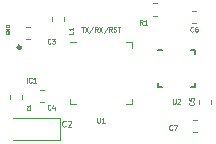
<source format=gbr>
G04 #@! TF.GenerationSoftware,KiCad,Pcbnew,(5.0.2)-1*
G04 #@! TF.CreationDate,2020-01-25T18:04:34+01:00*
G04 #@! TF.ProjectId,4.0,342e302e-6b69-4636-9164-5f7063625858,rev?*
G04 #@! TF.SameCoordinates,Original*
G04 #@! TF.FileFunction,Legend,Top*
G04 #@! TF.FilePolarity,Positive*
%FSLAX46Y46*%
G04 Gerber Fmt 4.6, Leading zero omitted, Abs format (unit mm)*
G04 Created by KiCad (PCBNEW (5.0.2)-1) date 01/25/20 18:04:34*
%MOMM*%
%LPD*%
G01*
G04 APERTURE LIST*
%ADD10C,0.150000*%
%ADD11C,0.120000*%
%ADD12C,0.300000*%
%ADD13C,0.100000*%
%ADD14C,0.075000*%
%ADD15C,0.125000*%
G04 APERTURE END LIST*
D10*
G04 #@! TO.C,U2*
X130400000Y-91200000D02*
X130800000Y-91200000D01*
X133600000Y-91200000D02*
X133200000Y-91200000D01*
X133600000Y-91200000D02*
X133600000Y-91600000D01*
X133600000Y-94400000D02*
X133200000Y-94400000D01*
X133600000Y-94400000D02*
X133600000Y-94000000D01*
X130400000Y-94400000D02*
X130800000Y-94400000D01*
X130400000Y-94400000D02*
X130400000Y-94000000D01*
D11*
G04 #@! TO.C,C1*
X117890000Y-95037221D02*
X117890000Y-95362779D01*
X118910000Y-95037221D02*
X118910000Y-95362779D01*
G04 #@! TO.C,C2*
X118200000Y-98835000D02*
X122110000Y-98835000D01*
X122110000Y-98835000D02*
X122110000Y-96965000D01*
X122110000Y-96965000D02*
X118200000Y-96965000D01*
G04 #@! TO.C,R1*
X130362779Y-88310000D02*
X130037221Y-88310000D01*
X130362779Y-87290000D02*
X130037221Y-87290000D01*
G04 #@! TO.C,C3*
X119562779Y-89290000D02*
X119237221Y-89290000D01*
X119562779Y-90310000D02*
X119237221Y-90310000D01*
G04 #@! TO.C,C4*
X120762779Y-95610000D02*
X120437221Y-95610000D01*
X120762779Y-94590000D02*
X120437221Y-94590000D01*
G04 #@! TO.C,C5*
X133890000Y-95437221D02*
X133890000Y-95762779D01*
X134910000Y-95437221D02*
X134910000Y-95762779D01*
G04 #@! TO.C,C6*
X133662779Y-88910000D02*
X133337221Y-88910000D01*
X133662779Y-87890000D02*
X133337221Y-87890000D01*
G04 #@! TO.C,C7*
X133437221Y-97190000D02*
X133762779Y-97190000D01*
X133437221Y-98210000D02*
X133762779Y-98210000D01*
D12*
G04 #@! TO.C,IC1*
X118800000Y-91000000D02*
G75*
G03X118800000Y-91000000I-100000J0D01*
G01*
D11*
G04 #@! TO.C,L1*
X122510000Y-88437221D02*
X122510000Y-88762779D01*
X121490000Y-88437221D02*
X121490000Y-88762779D01*
G04 #@! TO.C,U1*
X127735000Y-90590000D02*
X128210000Y-90590000D01*
X128210000Y-90590000D02*
X128210000Y-91065000D01*
X123465000Y-95810000D02*
X122990000Y-95810000D01*
X122990000Y-95810000D02*
X122990000Y-95335000D01*
X127735000Y-95810000D02*
X128210000Y-95810000D01*
X128210000Y-95810000D02*
X128210000Y-95335000D01*
X123465000Y-90590000D02*
X122990000Y-90590000D01*
G04 #@! TO.C,U2*
D13*
X131695238Y-95380952D02*
X131695238Y-95704761D01*
X131714285Y-95742857D01*
X131733333Y-95761904D01*
X131771428Y-95780952D01*
X131847619Y-95780952D01*
X131885714Y-95761904D01*
X131904761Y-95742857D01*
X131923809Y-95704761D01*
X131923809Y-95380952D01*
X132095238Y-95419047D02*
X132114285Y-95400000D01*
X132152380Y-95380952D01*
X132247619Y-95380952D01*
X132285714Y-95400000D01*
X132304761Y-95419047D01*
X132323809Y-95457142D01*
X132323809Y-95495238D01*
X132304761Y-95552380D01*
X132076190Y-95780952D01*
X132323809Y-95780952D01*
G04 #@! TO.C,C1*
D14*
X119607142Y-96150000D02*
X119621428Y-96164285D01*
X119635714Y-96207142D01*
X119635714Y-96235714D01*
X119621428Y-96278571D01*
X119592857Y-96307142D01*
X119564285Y-96321428D01*
X119507142Y-96335714D01*
X119464285Y-96335714D01*
X119407142Y-96321428D01*
X119378571Y-96307142D01*
X119350000Y-96278571D01*
X119335714Y-96235714D01*
X119335714Y-96207142D01*
X119350000Y-96164285D01*
X119364285Y-96150000D01*
X119635714Y-95864285D02*
X119635714Y-96035714D01*
X119635714Y-95950000D02*
X119335714Y-95950000D01*
X119378571Y-95978571D01*
X119407142Y-96007142D01*
X119421428Y-96035714D01*
G04 #@! TO.C,C2*
D15*
X122616666Y-97678571D02*
X122592857Y-97702380D01*
X122521428Y-97726190D01*
X122473809Y-97726190D01*
X122402380Y-97702380D01*
X122354761Y-97654761D01*
X122330952Y-97607142D01*
X122307142Y-97511904D01*
X122307142Y-97440476D01*
X122330952Y-97345238D01*
X122354761Y-97297619D01*
X122402380Y-97250000D01*
X122473809Y-97226190D01*
X122521428Y-97226190D01*
X122592857Y-97250000D01*
X122616666Y-97273809D01*
X122807142Y-97273809D02*
X122830952Y-97250000D01*
X122878571Y-97226190D01*
X122997619Y-97226190D01*
X123045238Y-97250000D01*
X123069047Y-97273809D01*
X123092857Y-97321428D01*
X123092857Y-97369047D01*
X123069047Y-97440476D01*
X122783333Y-97726190D01*
X123092857Y-97726190D01*
G04 #@! TO.C,TX/RX/RST*
D13*
X123942857Y-89280952D02*
X124171428Y-89280952D01*
X124057142Y-89680952D02*
X124057142Y-89280952D01*
X124266666Y-89280952D02*
X124533333Y-89680952D01*
X124533333Y-89280952D02*
X124266666Y-89680952D01*
X124971428Y-89261904D02*
X124628571Y-89776190D01*
X125333333Y-89680952D02*
X125200000Y-89490476D01*
X125104761Y-89680952D02*
X125104761Y-89280952D01*
X125257142Y-89280952D01*
X125295238Y-89300000D01*
X125314285Y-89319047D01*
X125333333Y-89357142D01*
X125333333Y-89414285D01*
X125314285Y-89452380D01*
X125295238Y-89471428D01*
X125257142Y-89490476D01*
X125104761Y-89490476D01*
X125466666Y-89280952D02*
X125733333Y-89680952D01*
X125733333Y-89280952D02*
X125466666Y-89680952D01*
X126171428Y-89261904D02*
X125828571Y-89776190D01*
X126533333Y-89680952D02*
X126400000Y-89490476D01*
X126304761Y-89680952D02*
X126304761Y-89280952D01*
X126457142Y-89280952D01*
X126495238Y-89300000D01*
X126514285Y-89319047D01*
X126533333Y-89357142D01*
X126533333Y-89414285D01*
X126514285Y-89452380D01*
X126495238Y-89471428D01*
X126457142Y-89490476D01*
X126304761Y-89490476D01*
X126685714Y-89661904D02*
X126742857Y-89680952D01*
X126838095Y-89680952D01*
X126876190Y-89661904D01*
X126895238Y-89642857D01*
X126914285Y-89604761D01*
X126914285Y-89566666D01*
X126895238Y-89528571D01*
X126876190Y-89509523D01*
X126838095Y-89490476D01*
X126761904Y-89471428D01*
X126723809Y-89452380D01*
X126704761Y-89433333D01*
X126685714Y-89395238D01*
X126685714Y-89357142D01*
X126704761Y-89319047D01*
X126723809Y-89300000D01*
X126761904Y-89280952D01*
X126857142Y-89280952D01*
X126914285Y-89300000D01*
X127028571Y-89280952D02*
X127257142Y-89280952D01*
X127142857Y-89680952D02*
X127142857Y-89280952D01*
G04 #@! TO.C,GND*
D14*
X117550000Y-89728571D02*
X117535714Y-89757142D01*
X117535714Y-89800000D01*
X117550000Y-89842857D01*
X117578571Y-89871428D01*
X117607142Y-89885714D01*
X117664285Y-89900000D01*
X117707142Y-89900000D01*
X117764285Y-89885714D01*
X117792857Y-89871428D01*
X117821428Y-89842857D01*
X117835714Y-89800000D01*
X117835714Y-89771428D01*
X117821428Y-89728571D01*
X117807142Y-89714285D01*
X117707142Y-89714285D01*
X117707142Y-89771428D01*
X117835714Y-89585714D02*
X117535714Y-89585714D01*
X117835714Y-89414285D01*
X117535714Y-89414285D01*
X117835714Y-89271428D02*
X117535714Y-89271428D01*
X117535714Y-89200000D01*
X117550000Y-89157142D01*
X117578571Y-89128571D01*
X117607142Y-89114285D01*
X117664285Y-89100000D01*
X117707142Y-89100000D01*
X117764285Y-89114285D01*
X117792857Y-89128571D01*
X117821428Y-89157142D01*
X117835714Y-89200000D01*
X117835714Y-89271428D01*
G04 #@! TO.C,R1*
D13*
X129133333Y-89080952D02*
X129000000Y-88890476D01*
X128904761Y-89080952D02*
X128904761Y-88680952D01*
X129057142Y-88680952D01*
X129095238Y-88700000D01*
X129114285Y-88719047D01*
X129133333Y-88757142D01*
X129133333Y-88814285D01*
X129114285Y-88852380D01*
X129095238Y-88871428D01*
X129057142Y-88890476D01*
X128904761Y-88890476D01*
X129514285Y-89080952D02*
X129285714Y-89080952D01*
X129400000Y-89080952D02*
X129400000Y-88680952D01*
X129361904Y-88738095D01*
X129323809Y-88776190D01*
X129285714Y-88795238D01*
G04 #@! TO.C,C3*
X121333333Y-90642857D02*
X121314285Y-90661904D01*
X121257142Y-90680952D01*
X121219047Y-90680952D01*
X121161904Y-90661904D01*
X121123809Y-90623809D01*
X121104761Y-90585714D01*
X121085714Y-90509523D01*
X121085714Y-90452380D01*
X121104761Y-90376190D01*
X121123809Y-90338095D01*
X121161904Y-90300000D01*
X121219047Y-90280952D01*
X121257142Y-90280952D01*
X121314285Y-90300000D01*
X121333333Y-90319047D01*
X121466666Y-90280952D02*
X121714285Y-90280952D01*
X121580952Y-90433333D01*
X121638095Y-90433333D01*
X121676190Y-90452380D01*
X121695238Y-90471428D01*
X121714285Y-90509523D01*
X121714285Y-90604761D01*
X121695238Y-90642857D01*
X121676190Y-90661904D01*
X121638095Y-90680952D01*
X121523809Y-90680952D01*
X121485714Y-90661904D01*
X121466666Y-90642857D01*
G04 #@! TO.C,C4*
X121333333Y-96242857D02*
X121314285Y-96261904D01*
X121257142Y-96280952D01*
X121219047Y-96280952D01*
X121161904Y-96261904D01*
X121123809Y-96223809D01*
X121104761Y-96185714D01*
X121085714Y-96109523D01*
X121085714Y-96052380D01*
X121104761Y-95976190D01*
X121123809Y-95938095D01*
X121161904Y-95900000D01*
X121219047Y-95880952D01*
X121257142Y-95880952D01*
X121314285Y-95900000D01*
X121333333Y-95919047D01*
X121676190Y-96014285D02*
X121676190Y-96280952D01*
X121580952Y-95861904D02*
X121485714Y-96147619D01*
X121733333Y-96147619D01*
G04 #@! TO.C,C5*
X133442857Y-95666666D02*
X133461904Y-95685714D01*
X133480952Y-95742857D01*
X133480952Y-95780952D01*
X133461904Y-95838095D01*
X133423809Y-95876190D01*
X133385714Y-95895238D01*
X133309523Y-95914285D01*
X133252380Y-95914285D01*
X133176190Y-95895238D01*
X133138095Y-95876190D01*
X133100000Y-95838095D01*
X133080952Y-95780952D01*
X133080952Y-95742857D01*
X133100000Y-95685714D01*
X133119047Y-95666666D01*
X133080952Y-95304761D02*
X133080952Y-95495238D01*
X133271428Y-95514285D01*
X133252380Y-95495238D01*
X133233333Y-95457142D01*
X133233333Y-95361904D01*
X133252380Y-95323809D01*
X133271428Y-95304761D01*
X133309523Y-95285714D01*
X133404761Y-95285714D01*
X133442857Y-95304761D01*
X133461904Y-95323809D01*
X133480952Y-95361904D01*
X133480952Y-95457142D01*
X133461904Y-95495238D01*
X133442857Y-95514285D01*
G04 #@! TO.C,C6*
X133433333Y-89642857D02*
X133414285Y-89661904D01*
X133357142Y-89680952D01*
X133319047Y-89680952D01*
X133261904Y-89661904D01*
X133223809Y-89623809D01*
X133204761Y-89585714D01*
X133185714Y-89509523D01*
X133185714Y-89452380D01*
X133204761Y-89376190D01*
X133223809Y-89338095D01*
X133261904Y-89300000D01*
X133319047Y-89280952D01*
X133357142Y-89280952D01*
X133414285Y-89300000D01*
X133433333Y-89319047D01*
X133776190Y-89280952D02*
X133700000Y-89280952D01*
X133661904Y-89300000D01*
X133642857Y-89319047D01*
X133604761Y-89376190D01*
X133585714Y-89452380D01*
X133585714Y-89604761D01*
X133604761Y-89642857D01*
X133623809Y-89661904D01*
X133661904Y-89680952D01*
X133738095Y-89680952D01*
X133776190Y-89661904D01*
X133795238Y-89642857D01*
X133814285Y-89604761D01*
X133814285Y-89509523D01*
X133795238Y-89471428D01*
X133776190Y-89452380D01*
X133738095Y-89433333D01*
X133661904Y-89433333D01*
X133623809Y-89452380D01*
X133604761Y-89471428D01*
X133585714Y-89509523D01*
G04 #@! TO.C,C7*
X131633333Y-97942857D02*
X131614285Y-97961904D01*
X131557142Y-97980952D01*
X131519047Y-97980952D01*
X131461904Y-97961904D01*
X131423809Y-97923809D01*
X131404761Y-97885714D01*
X131385714Y-97809523D01*
X131385714Y-97752380D01*
X131404761Y-97676190D01*
X131423809Y-97638095D01*
X131461904Y-97600000D01*
X131519047Y-97580952D01*
X131557142Y-97580952D01*
X131614285Y-97600000D01*
X131633333Y-97619047D01*
X131766666Y-97580952D02*
X132033333Y-97580952D01*
X131861904Y-97980952D01*
G04 #@! TO.C,IC1*
X119309523Y-93980952D02*
X119309523Y-93580952D01*
X119728571Y-93942857D02*
X119709523Y-93961904D01*
X119652380Y-93980952D01*
X119614285Y-93980952D01*
X119557142Y-93961904D01*
X119519047Y-93923809D01*
X119500000Y-93885714D01*
X119480952Y-93809523D01*
X119480952Y-93752380D01*
X119500000Y-93676190D01*
X119519047Y-93638095D01*
X119557142Y-93600000D01*
X119614285Y-93580952D01*
X119652380Y-93580952D01*
X119709523Y-93600000D01*
X119728571Y-93619047D01*
X120109523Y-93980952D02*
X119880952Y-93980952D01*
X119995238Y-93980952D02*
X119995238Y-93580952D01*
X119957142Y-93638095D01*
X119919047Y-93676190D01*
X119880952Y-93695238D01*
G04 #@! TO.C,L1*
X123280952Y-89666666D02*
X123280952Y-89857142D01*
X122880952Y-89857142D01*
X123280952Y-89323809D02*
X123280952Y-89552380D01*
X123280952Y-89438095D02*
X122880952Y-89438095D01*
X122938095Y-89476190D01*
X122976190Y-89514285D01*
X122995238Y-89552380D01*
G04 #@! TO.C,U1*
X125295238Y-96980952D02*
X125295238Y-97304761D01*
X125314285Y-97342857D01*
X125333333Y-97361904D01*
X125371428Y-97380952D01*
X125447619Y-97380952D01*
X125485714Y-97361904D01*
X125504761Y-97342857D01*
X125523809Y-97304761D01*
X125523809Y-96980952D01*
X125923809Y-97380952D02*
X125695238Y-97380952D01*
X125809523Y-97380952D02*
X125809523Y-96980952D01*
X125771428Y-97038095D01*
X125733333Y-97076190D01*
X125695238Y-97095238D01*
G04 #@! TD*
M02*

</source>
